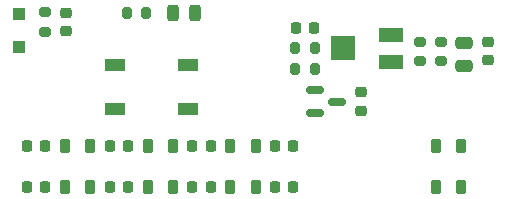
<source format=gbr>
%TF.GenerationSoftware,KiCad,Pcbnew,7.0.9*%
%TF.CreationDate,2024-04-30T18:34:20-07:00*%
%TF.ProjectId,WSPRzero,57535052-7a65-4726-9f2e-6b696361645f,rev?*%
%TF.SameCoordinates,Original*%
%TF.FileFunction,Paste,Top*%
%TF.FilePolarity,Positive*%
%FSLAX46Y46*%
G04 Gerber Fmt 4.6, Leading zero omitted, Abs format (unit mm)*
G04 Created by KiCad (PCBNEW 7.0.9) date 2024-04-30 18:34:20*
%MOMM*%
%LPD*%
G01*
G04 APERTURE LIST*
G04 Aperture macros list*
%AMRoundRect*
0 Rectangle with rounded corners*
0 $1 Rounding radius*
0 $2 $3 $4 $5 $6 $7 $8 $9 X,Y pos of 4 corners*
0 Add a 4 corners polygon primitive as box body*
4,1,4,$2,$3,$4,$5,$6,$7,$8,$9,$2,$3,0*
0 Add four circle primitives for the rounded corners*
1,1,$1+$1,$2,$3*
1,1,$1+$1,$4,$5*
1,1,$1+$1,$6,$7*
1,1,$1+$1,$8,$9*
0 Add four rect primitives between the rounded corners*
20,1,$1+$1,$2,$3,$4,$5,0*
20,1,$1+$1,$4,$5,$6,$7,0*
20,1,$1+$1,$6,$7,$8,$9,0*
20,1,$1+$1,$8,$9,$2,$3,0*%
G04 Aperture macros list end*
%ADD10RoundRect,0.218750X0.218750X0.381250X-0.218750X0.381250X-0.218750X-0.381250X0.218750X-0.381250X0*%
%ADD11RoundRect,0.200000X0.275000X-0.200000X0.275000X0.200000X-0.275000X0.200000X-0.275000X-0.200000X0*%
%ADD12RoundRect,0.225000X-0.250000X0.225000X-0.250000X-0.225000X0.250000X-0.225000X0.250000X0.225000X0*%
%ADD13RoundRect,0.225000X0.225000X0.250000X-0.225000X0.250000X-0.225000X-0.250000X0.225000X-0.250000X0*%
%ADD14RoundRect,0.200000X-0.200000X-0.275000X0.200000X-0.275000X0.200000X0.275000X-0.200000X0.275000X0*%
%ADD15RoundRect,0.200000X-0.275000X0.200000X-0.275000X-0.200000X0.275000X-0.200000X0.275000X0.200000X0*%
%ADD16RoundRect,0.225000X0.250000X-0.225000X0.250000X0.225000X-0.250000X0.225000X-0.250000X-0.225000X0*%
%ADD17RoundRect,0.150000X-0.587500X-0.150000X0.587500X-0.150000X0.587500X0.150000X-0.587500X0.150000X0*%
%ADD18R,1.100000X1.100000*%
%ADD19R,2.000000X1.300000*%
%ADD20R,2.000000X2.000000*%
%ADD21RoundRect,0.243750X0.243750X0.456250X-0.243750X0.456250X-0.243750X-0.456250X0.243750X-0.456250X0*%
%ADD22RoundRect,0.200000X0.200000X0.275000X-0.200000X0.275000X-0.200000X-0.275000X0.200000X-0.275000X0*%
%ADD23RoundRect,0.250000X-0.475000X0.250000X-0.475000X-0.250000X0.475000X-0.250000X0.475000X0.250000X0*%
%ADD24R,1.800000X1.100000*%
G04 APERTURE END LIST*
D10*
%TO.C,L12*%
X73812500Y-72500000D03*
X71687500Y-72500000D03*
%TD*%
D11*
%TO.C,R2*%
X94750000Y-61825000D03*
X94750000Y-60175000D03*
%TD*%
D12*
%TO.C,C1*%
X100500000Y-60225000D03*
X100500000Y-61775000D03*
%TD*%
D10*
%TO.C,L16*%
X66812500Y-69000000D03*
X64687500Y-69000000D03*
%TD*%
D12*
%TO.C,C7*%
X89750000Y-64475000D03*
X89750000Y-66025000D03*
%TD*%
D13*
%TO.C,C14*%
X84025000Y-72500000D03*
X82475000Y-72500000D03*
%TD*%
D14*
%TO.C,R6*%
X84175000Y-62500000D03*
X85825000Y-62500000D03*
%TD*%
D10*
%TO.C,L14*%
X80812500Y-69000000D03*
X78687500Y-69000000D03*
%TD*%
D13*
%TO.C,C20*%
X70025000Y-69000000D03*
X68475000Y-69000000D03*
%TD*%
D15*
%TO.C,R1*%
X96500000Y-60175000D03*
X96500000Y-61825000D03*
%TD*%
D16*
%TO.C,C13*%
X64750000Y-57725000D03*
X64750000Y-59275000D03*
%TD*%
D17*
%TO.C,Q1*%
X85812500Y-64300000D03*
X85812500Y-66200000D03*
X87687500Y-65250000D03*
%TD*%
D10*
%TO.C,L11*%
X80812500Y-72500000D03*
X78687500Y-72500000D03*
%TD*%
%TO.C,L13*%
X66812500Y-72500000D03*
X64687500Y-72500000D03*
%TD*%
D18*
%TO.C,D1*%
X60750000Y-57850000D03*
X60750000Y-60650000D03*
%TD*%
D13*
%TO.C,C8*%
X85775000Y-59000000D03*
X84225000Y-59000000D03*
%TD*%
D15*
%TO.C,R7*%
X63000000Y-57675000D03*
X63000000Y-59325000D03*
%TD*%
D19*
%TO.C,R3*%
X92250000Y-61900000D03*
D20*
X88250000Y-60750000D03*
D19*
X92250000Y-59600000D03*
%TD*%
D13*
%TO.C,C21*%
X63025000Y-68999999D03*
X61475000Y-68999999D03*
%TD*%
D21*
%TO.C,LED1*%
X75687500Y-57750000D03*
X73812500Y-57750000D03*
%TD*%
D22*
%TO.C,R5*%
X85825000Y-60750000D03*
X84175000Y-60750000D03*
%TD*%
D10*
%TO.C,L2*%
X98250000Y-72500000D03*
X96125000Y-72500000D03*
%TD*%
D22*
%TO.C,R4*%
X71575000Y-57750000D03*
X69925000Y-57750000D03*
%TD*%
D13*
%TO.C,C17*%
X63025000Y-72500000D03*
X61475000Y-72500000D03*
%TD*%
D23*
%TO.C,C2*%
X98500000Y-60300000D03*
X98500000Y-62200000D03*
%TD*%
D13*
%TO.C,C18*%
X84025000Y-69000000D03*
X82475000Y-69000000D03*
%TD*%
D24*
%TO.C,SW1*%
X68900000Y-62150000D03*
X75100000Y-62150000D03*
X68900000Y-65850000D03*
X75100000Y-65850000D03*
%TD*%
D10*
%TO.C,L3*%
X98250000Y-69000000D03*
X96125000Y-69000000D03*
%TD*%
%TO.C,L15*%
X73812500Y-69000000D03*
X71687500Y-69000000D03*
%TD*%
D13*
%TO.C,C19*%
X77025000Y-68999999D03*
X75475000Y-68999999D03*
%TD*%
%TO.C,C15*%
X77025000Y-72500000D03*
X75475000Y-72500000D03*
%TD*%
%TO.C,C16*%
X70025000Y-72500000D03*
X68475000Y-72500000D03*
%TD*%
M02*

</source>
